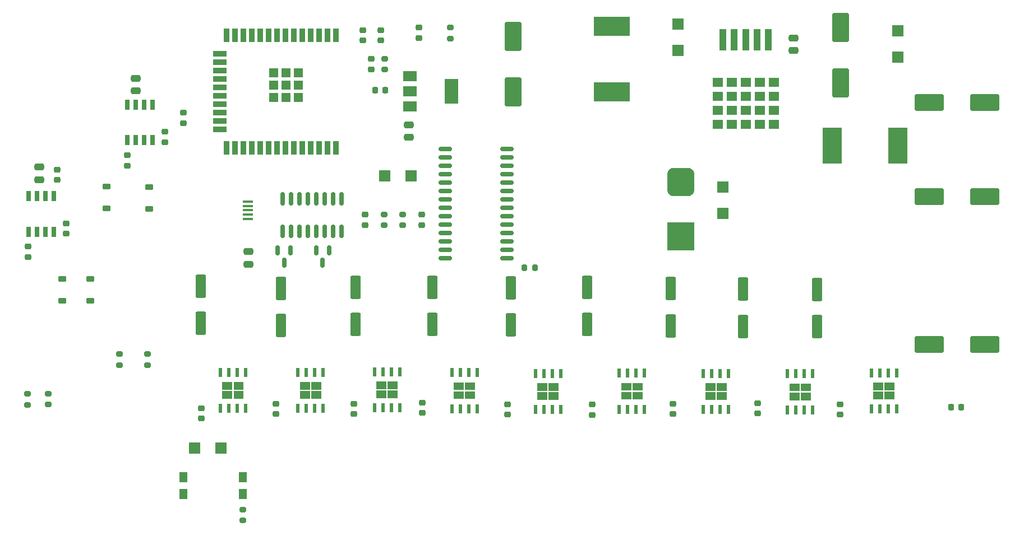
<source format=gbr>
%TF.GenerationSoftware,KiCad,Pcbnew,7.0.9*%
%TF.CreationDate,2024-11-07T18:52:40-06:00*%
%TF.ProjectId,RC17,52433137-2e6b-4696-9361-645f70636258,rev?*%
%TF.SameCoordinates,Original*%
%TF.FileFunction,Paste,Top*%
%TF.FilePolarity,Positive*%
%FSLAX46Y46*%
G04 Gerber Fmt 4.6, Leading zero omitted, Abs format (unit mm)*
G04 Created by KiCad (PCBNEW 7.0.9) date 2024-11-07 18:52:40*
%MOMM*%
%LPD*%
G01*
G04 APERTURE LIST*
G04 Aperture macros list*
%AMRoundRect*
0 Rectangle with rounded corners*
0 $1 Rounding radius*
0 $2 $3 $4 $5 $6 $7 $8 $9 X,Y pos of 4 corners*
0 Add a 4 corners polygon primitive as box body*
4,1,4,$2,$3,$4,$5,$6,$7,$8,$9,$2,$3,0*
0 Add four circle primitives for the rounded corners*
1,1,$1+$1,$2,$3*
1,1,$1+$1,$4,$5*
1,1,$1+$1,$6,$7*
1,1,$1+$1,$8,$9*
0 Add four rect primitives between the rounded corners*
20,1,$1+$1,$2,$3,$4,$5,0*
20,1,$1+$1,$4,$5,$6,$7,0*
20,1,$1+$1,$6,$7,$8,$9,0*
20,1,$1+$1,$8,$9,$2,$3,0*%
G04 Aperture macros list end*
%ADD10C,0.010000*%
%ADD11RoundRect,0.225000X0.375000X-0.225000X0.375000X0.225000X-0.375000X0.225000X-0.375000X-0.225000X0*%
%ADD12RoundRect,0.225000X-0.375000X0.225000X-0.375000X-0.225000X0.375000X-0.225000X0.375000X0.225000X0*%
%ADD13RoundRect,0.200000X-0.200000X-0.275000X0.200000X-0.275000X0.200000X0.275000X-0.200000X0.275000X0*%
%ADD14RoundRect,0.225000X0.225000X0.250000X-0.225000X0.250000X-0.225000X-0.250000X0.225000X-0.250000X0*%
%ADD15RoundRect,0.250000X-1.950000X-1.000000X1.950000X-1.000000X1.950000X1.000000X-1.950000X1.000000X0*%
%ADD16RoundRect,0.250000X0.550000X-1.500000X0.550000X1.500000X-0.550000X1.500000X-0.550000X-1.500000X0*%
%ADD17RoundRect,0.150000X-0.150000X0.825000X-0.150000X-0.825000X0.150000X-0.825000X0.150000X0.825000X0*%
%ADD18RoundRect,0.250000X-0.475000X0.250000X-0.475000X-0.250000X0.475000X-0.250000X0.475000X0.250000X0*%
%ADD19R,0.558800X1.460500*%
%ADD20RoundRect,0.200000X-0.275000X0.200000X-0.275000X-0.200000X0.275000X-0.200000X0.275000X0.200000X0*%
%ADD21R,2.000000X1.500000*%
%ADD22R,2.000000X3.800000*%
%ADD23R,1.800000X1.800000*%
%ADD24R,5.400000X2.900000*%
%ADD25RoundRect,0.200000X0.275000X-0.200000X0.275000X0.200000X-0.275000X0.200000X-0.275000X-0.200000X0*%
%ADD26RoundRect,0.225000X-0.250000X0.225000X-0.250000X-0.225000X0.250000X-0.225000X0.250000X0.225000X0*%
%ADD27R,0.650000X1.500000*%
%ADD28R,1.300000X1.500000*%
%ADD29R,1.500000X0.450000*%
%ADD30RoundRect,0.225000X0.250000X-0.225000X0.250000X0.225000X-0.250000X0.225000X-0.250000X-0.225000X0*%
%ADD31R,1.050000X3.210000*%
%ADD32RoundRect,0.218750X0.256250X-0.218750X0.256250X0.218750X-0.256250X0.218750X-0.256250X-0.218750X0*%
%ADD33R,0.900000X2.000000*%
%ADD34R,2.000000X0.900000*%
%ADD35R,1.330000X1.330000*%
%ADD36RoundRect,0.150000X-0.150000X0.587500X-0.150000X-0.587500X0.150000X-0.587500X0.150000X0.587500X0*%
%ADD37RoundRect,0.250000X1.000000X-1.950000X1.000000X1.950000X-1.000000X1.950000X-1.000000X-1.950000X0*%
%ADD38RoundRect,1.025000X-1.025000X-1.125000X1.025000X-1.125000X1.025000X1.125000X-1.025000X1.125000X0*%
%ADD39R,4.100000X4.300000*%
%ADD40RoundRect,0.250000X0.475000X-0.250000X0.475000X0.250000X-0.475000X0.250000X-0.475000X-0.250000X0*%
%ADD41R,2.900000X5.400000*%
%ADD42RoundRect,0.150000X-0.875000X-0.150000X0.875000X-0.150000X0.875000X0.150000X-0.875000X0.150000X0*%
G04 APERTURE END LIST*
%TO.C,U9*%
G36*
X93168800Y-81605450D02*
G01*
X91667000Y-81605450D01*
X91667000Y-80446550D01*
X93168800Y-80446550D01*
X93168800Y-81605450D01*
G37*
G36*
X91467000Y-81605450D02*
G01*
X89965200Y-81605450D01*
X89965200Y-80446550D01*
X91467000Y-80446550D01*
X91467000Y-81605450D01*
G37*
G36*
X93168800Y-82964350D02*
G01*
X91667000Y-82964350D01*
X91667000Y-81805450D01*
X93168800Y-81805450D01*
X93168800Y-82964350D01*
G37*
G36*
X91467000Y-82964350D02*
G01*
X89965200Y-82964350D01*
X89965200Y-81805450D01*
X91467000Y-81805450D01*
X91467000Y-82964350D01*
G37*
%TO.C,U12*%
G36*
X156491000Y-81637200D02*
G01*
X154989200Y-81637200D01*
X154989200Y-80478300D01*
X156491000Y-80478300D01*
X156491000Y-81637200D01*
G37*
G36*
X154789200Y-81637200D02*
G01*
X153287400Y-81637200D01*
X153287400Y-80478300D01*
X154789200Y-80478300D01*
X154789200Y-81637200D01*
G37*
G36*
X156491000Y-82996100D02*
G01*
X154989200Y-82996100D01*
X154989200Y-81837200D01*
X156491000Y-81837200D01*
X156491000Y-82996100D01*
G37*
G36*
X154789200Y-82996100D02*
G01*
X153287400Y-82996100D01*
X153287400Y-81837200D01*
X154789200Y-81837200D01*
X154789200Y-82996100D01*
G37*
%TO.C,U11*%
G36*
X143841800Y-81789600D02*
G01*
X142340000Y-81789600D01*
X142340000Y-80630700D01*
X143841800Y-80630700D01*
X143841800Y-81789600D01*
G37*
G36*
X142140000Y-81789600D02*
G01*
X140638200Y-81789600D01*
X140638200Y-80630700D01*
X142140000Y-80630700D01*
X142140000Y-81789600D01*
G37*
G36*
X143841800Y-83148500D02*
G01*
X142340000Y-83148500D01*
X142340000Y-81989600D01*
X143841800Y-81989600D01*
X143841800Y-83148500D01*
G37*
G36*
X142140000Y-83148500D02*
G01*
X140638200Y-83148500D01*
X140638200Y-81989600D01*
X142140000Y-81989600D01*
X142140000Y-83148500D01*
G37*
%TO.C,U17*%
G36*
X58218400Y-81554650D02*
G01*
X56716600Y-81554650D01*
X56716600Y-80395750D01*
X58218400Y-80395750D01*
X58218400Y-81554650D01*
G37*
G36*
X56516600Y-81554650D02*
G01*
X55014800Y-81554650D01*
X55014800Y-80395750D01*
X56516600Y-80395750D01*
X56516600Y-81554650D01*
G37*
G36*
X58218400Y-82913550D02*
G01*
X56716600Y-82913550D01*
X56716600Y-81754650D01*
X58218400Y-81754650D01*
X58218400Y-82913550D01*
G37*
G36*
X56516600Y-82913550D02*
G01*
X55014800Y-82913550D01*
X55014800Y-81754650D01*
X56516600Y-81754650D01*
X56516600Y-82913550D01*
G37*
%TO.C,IC2*%
D10*
X138945800Y-35707800D02*
X137525800Y-35707800D01*
X137525800Y-34447800D01*
X138945800Y-34447800D01*
X138945800Y-35707800D01*
G36*
X138945800Y-35707800D02*
G01*
X137525800Y-35707800D01*
X137525800Y-34447800D01*
X138945800Y-34447800D01*
X138945800Y-35707800D01*
G37*
X136835800Y-35707800D02*
X135415800Y-35707800D01*
X135415800Y-34447800D01*
X136835800Y-34447800D01*
X136835800Y-35707800D01*
G36*
X136835800Y-35707800D02*
G01*
X135415800Y-35707800D01*
X135415800Y-34447800D01*
X136835800Y-34447800D01*
X136835800Y-35707800D01*
G37*
X134725800Y-35707800D02*
X133305800Y-35707800D01*
X133305800Y-34447800D01*
X134725800Y-34447800D01*
X134725800Y-35707800D01*
G36*
X134725800Y-35707800D02*
G01*
X133305800Y-35707800D01*
X133305800Y-34447800D01*
X134725800Y-34447800D01*
X134725800Y-35707800D01*
G37*
X132615800Y-35707800D02*
X131195800Y-35707800D01*
X131195800Y-34447800D01*
X132615800Y-34447800D01*
X132615800Y-35707800D01*
G36*
X132615800Y-35707800D02*
G01*
X131195800Y-35707800D01*
X131195800Y-34447800D01*
X132615800Y-34447800D01*
X132615800Y-35707800D01*
G37*
X130505800Y-35707800D02*
X129085800Y-35707800D01*
X129085800Y-34447800D01*
X130505800Y-34447800D01*
X130505800Y-35707800D01*
G36*
X130505800Y-35707800D02*
G01*
X129085800Y-35707800D01*
X129085800Y-34447800D01*
X130505800Y-34447800D01*
X130505800Y-35707800D01*
G37*
X138945800Y-37827800D02*
X137525800Y-37827800D01*
X137525800Y-36567800D01*
X138945800Y-36567800D01*
X138945800Y-37827800D01*
G36*
X138945800Y-37827800D02*
G01*
X137525800Y-37827800D01*
X137525800Y-36567800D01*
X138945800Y-36567800D01*
X138945800Y-37827800D01*
G37*
X136835800Y-37827800D02*
X135415800Y-37827800D01*
X135415800Y-36567800D01*
X136835800Y-36567800D01*
X136835800Y-37827800D01*
G36*
X136835800Y-37827800D02*
G01*
X135415800Y-37827800D01*
X135415800Y-36567800D01*
X136835800Y-36567800D01*
X136835800Y-37827800D01*
G37*
X134725800Y-37827800D02*
X133305800Y-37827800D01*
X133305800Y-36567800D01*
X134725800Y-36567800D01*
X134725800Y-37827800D01*
G36*
X134725800Y-37827800D02*
G01*
X133305800Y-37827800D01*
X133305800Y-36567800D01*
X134725800Y-36567800D01*
X134725800Y-37827800D01*
G37*
X132615800Y-37827800D02*
X131195800Y-37827800D01*
X131195800Y-36567800D01*
X132615800Y-36567800D01*
X132615800Y-37827800D01*
G36*
X132615800Y-37827800D02*
G01*
X131195800Y-37827800D01*
X131195800Y-36567800D01*
X132615800Y-36567800D01*
X132615800Y-37827800D01*
G37*
X130505800Y-37827800D02*
X129085800Y-37827800D01*
X129085800Y-36567800D01*
X130505800Y-36567800D01*
X130505800Y-37827800D01*
G36*
X130505800Y-37827800D02*
G01*
X129085800Y-37827800D01*
X129085800Y-36567800D01*
X130505800Y-36567800D01*
X130505800Y-37827800D01*
G37*
X138945800Y-39947800D02*
X137525800Y-39947800D01*
X137525800Y-38687800D01*
X138945800Y-38687800D01*
X138945800Y-39947800D01*
G36*
X138945800Y-39947800D02*
G01*
X137525800Y-39947800D01*
X137525800Y-38687800D01*
X138945800Y-38687800D01*
X138945800Y-39947800D01*
G37*
X136835800Y-39947800D02*
X135415800Y-39947800D01*
X135415800Y-38687800D01*
X136835800Y-38687800D01*
X136835800Y-39947800D01*
G36*
X136835800Y-39947800D02*
G01*
X135415800Y-39947800D01*
X135415800Y-38687800D01*
X136835800Y-38687800D01*
X136835800Y-39947800D01*
G37*
X134725800Y-39947800D02*
X133305800Y-39947800D01*
X133305800Y-38687800D01*
X134725800Y-38687800D01*
X134725800Y-39947800D01*
G36*
X134725800Y-39947800D02*
G01*
X133305800Y-39947800D01*
X133305800Y-38687800D01*
X134725800Y-38687800D01*
X134725800Y-39947800D01*
G37*
X132615800Y-39947800D02*
X131195800Y-39947800D01*
X131195800Y-38687800D01*
X132615800Y-38687800D01*
X132615800Y-39947800D01*
G36*
X132615800Y-39947800D02*
G01*
X131195800Y-39947800D01*
X131195800Y-38687800D01*
X132615800Y-38687800D01*
X132615800Y-39947800D01*
G37*
X130505800Y-39947800D02*
X129085800Y-39947800D01*
X129085800Y-38687800D01*
X130505800Y-38687800D01*
X130505800Y-39947800D01*
G36*
X130505800Y-39947800D02*
G01*
X129085800Y-39947800D01*
X129085800Y-38687800D01*
X130505800Y-38687800D01*
X130505800Y-39947800D01*
G37*
X138945800Y-42067800D02*
X137525800Y-42067800D01*
X137525800Y-40807800D01*
X138945800Y-40807800D01*
X138945800Y-42067800D01*
G36*
X138945800Y-42067800D02*
G01*
X137525800Y-42067800D01*
X137525800Y-40807800D01*
X138945800Y-40807800D01*
X138945800Y-42067800D01*
G37*
X136835800Y-42067800D02*
X135415800Y-42067800D01*
X135415800Y-40807800D01*
X136835800Y-40807800D01*
X136835800Y-42067800D01*
G36*
X136835800Y-42067800D02*
G01*
X135415800Y-42067800D01*
X135415800Y-40807800D01*
X136835800Y-40807800D01*
X136835800Y-42067800D01*
G37*
X134725800Y-42067800D02*
X133305800Y-42067800D01*
X133305800Y-40807800D01*
X134725800Y-40807800D01*
X134725800Y-42067800D01*
G36*
X134725800Y-42067800D02*
G01*
X133305800Y-42067800D01*
X133305800Y-40807800D01*
X134725800Y-40807800D01*
X134725800Y-42067800D01*
G37*
X132615800Y-42067800D02*
X131195800Y-42067800D01*
X131195800Y-40807800D01*
X132615800Y-40807800D01*
X132615800Y-42067800D01*
G36*
X132615800Y-42067800D02*
G01*
X131195800Y-42067800D01*
X131195800Y-40807800D01*
X132615800Y-40807800D01*
X132615800Y-42067800D01*
G37*
X130505800Y-42067800D02*
X129085800Y-42067800D01*
X129085800Y-40807800D01*
X130505800Y-40807800D01*
X130505800Y-42067800D01*
G36*
X130505800Y-42067800D02*
G01*
X129085800Y-42067800D01*
X129085800Y-40807800D01*
X130505800Y-40807800D01*
X130505800Y-42067800D01*
G37*
%TO.C,U14*%
G36*
X131141800Y-81738800D02*
G01*
X129640000Y-81738800D01*
X129640000Y-80579900D01*
X131141800Y-80579900D01*
X131141800Y-81738800D01*
G37*
G36*
X129440000Y-81738800D02*
G01*
X127938200Y-81738800D01*
X127938200Y-80579900D01*
X129440000Y-80579900D01*
X129440000Y-81738800D01*
G37*
G36*
X131141800Y-83097700D02*
G01*
X129640000Y-83097700D01*
X129640000Y-81938800D01*
X131141800Y-81938800D01*
X131141800Y-83097700D01*
G37*
G36*
X129440000Y-83097700D02*
G01*
X127938200Y-83097700D01*
X127938200Y-81938800D01*
X129440000Y-81938800D01*
X129440000Y-83097700D01*
G37*
%TO.C,U13*%
G36*
X118441800Y-81688000D02*
G01*
X116940000Y-81688000D01*
X116940000Y-80529100D01*
X118441800Y-80529100D01*
X118441800Y-81688000D01*
G37*
G36*
X116740000Y-81688000D02*
G01*
X115238200Y-81688000D01*
X115238200Y-80529100D01*
X116740000Y-80529100D01*
X116740000Y-81688000D01*
G37*
G36*
X118441800Y-83046900D02*
G01*
X116940000Y-83046900D01*
X116940000Y-81888000D01*
X118441800Y-81888000D01*
X118441800Y-83046900D01*
G37*
G36*
X116740000Y-83046900D02*
G01*
X115238200Y-83046900D01*
X115238200Y-81888000D01*
X116740000Y-81888000D01*
X116740000Y-83046900D01*
G37*
%TO.C,U8*%
G36*
X81484800Y-81503850D02*
G01*
X79983000Y-81503850D01*
X79983000Y-80344950D01*
X81484800Y-80344950D01*
X81484800Y-81503850D01*
G37*
G36*
X79783000Y-81503850D02*
G01*
X78281200Y-81503850D01*
X78281200Y-80344950D01*
X79783000Y-80344950D01*
X79783000Y-81503850D01*
G37*
G36*
X81484800Y-82862750D02*
G01*
X79983000Y-82862750D01*
X79983000Y-81703850D01*
X81484800Y-81703850D01*
X81484800Y-82862750D01*
G37*
G36*
X79783000Y-82862750D02*
G01*
X78281200Y-82862750D01*
X78281200Y-81703850D01*
X79783000Y-81703850D01*
X79783000Y-82862750D01*
G37*
%TO.C,U4*%
G36*
X69953200Y-81554650D02*
G01*
X68451400Y-81554650D01*
X68451400Y-80395750D01*
X69953200Y-80395750D01*
X69953200Y-81554650D01*
G37*
G36*
X68251400Y-81554650D02*
G01*
X66749600Y-81554650D01*
X66749600Y-80395750D01*
X68251400Y-80395750D01*
X68251400Y-81554650D01*
G37*
G36*
X69953200Y-82913550D02*
G01*
X68451400Y-82913550D01*
X68451400Y-81754650D01*
X69953200Y-81754650D01*
X69953200Y-82913550D01*
G37*
G36*
X68251400Y-82913550D02*
G01*
X66749600Y-82913550D01*
X66749600Y-81754650D01*
X68251400Y-81754650D01*
X68251400Y-82913550D01*
G37*
%TO.C,U10*%
G36*
X105792600Y-81738800D02*
G01*
X104290800Y-81738800D01*
X104290800Y-80579900D01*
X105792600Y-80579900D01*
X105792600Y-81738800D01*
G37*
G36*
X104090800Y-81738800D02*
G01*
X102589000Y-81738800D01*
X102589000Y-80579900D01*
X104090800Y-80579900D01*
X104090800Y-81738800D01*
G37*
G36*
X105792600Y-83097700D02*
G01*
X104290800Y-83097700D01*
X104290800Y-81938800D01*
X105792600Y-81938800D01*
X105792600Y-83097700D01*
G37*
G36*
X104090800Y-83097700D02*
G01*
X102589000Y-83097700D01*
X102589000Y-81938800D01*
X104090800Y-81938800D01*
X104090800Y-83097700D01*
G37*
%TD*%
D11*
%TO.C,D12*%
X37525000Y-54150000D03*
X37525000Y-50850000D03*
%TD*%
D12*
%TO.C,D13*%
X44000000Y-50895000D03*
X44000000Y-54195000D03*
%TD*%
%TO.C,D10*%
X30875000Y-64825000D03*
X30875000Y-68125000D03*
%TD*%
D11*
%TO.C,D9*%
X35052000Y-68083800D03*
X35052000Y-64783800D03*
%TD*%
D13*
%TO.C,R2*%
X102250000Y-63150000D03*
X100600000Y-63150000D03*
%TD*%
D14*
%TO.C,C24*%
X166607500Y-84175000D03*
X165057500Y-84175000D03*
%TD*%
D15*
%TO.C,C23*%
X161750000Y-74730000D03*
X170150000Y-74730000D03*
%TD*%
%TO.C,C22*%
X161750000Y-52390000D03*
X170150000Y-52390000D03*
%TD*%
%TO.C,C21*%
X161750000Y-38175000D03*
X170150000Y-38175000D03*
%TD*%
D16*
%TO.C,C34*%
X133654800Y-71983600D03*
X133654800Y-66383600D03*
%TD*%
D17*
%TO.C,U3*%
X73020000Y-52700000D03*
X71750000Y-52700000D03*
X70480000Y-52700000D03*
X69210000Y-52700000D03*
X67940000Y-52700000D03*
X66670000Y-52700000D03*
X65400000Y-52700000D03*
X64130000Y-52700000D03*
X64130000Y-57650000D03*
X65400000Y-57650000D03*
X66670000Y-57650000D03*
X67940000Y-57650000D03*
X69210000Y-57650000D03*
X70480000Y-57650000D03*
X71750000Y-57650000D03*
X73020000Y-57650000D03*
%TD*%
D16*
%TO.C,C35*%
X144780000Y-71995600D03*
X144780000Y-66395600D03*
%TD*%
D18*
%TO.C,C7*%
X83186600Y-41499400D03*
X83186600Y-43399400D03*
%TD*%
D19*
%TO.C,U9*%
X93472000Y-78981300D03*
X92202000Y-78981300D03*
X90932000Y-78981300D03*
X89662000Y-78981300D03*
X89662000Y-84429600D03*
X90932000Y-84429600D03*
X92202000Y-84429600D03*
X93472000Y-84429600D03*
%TD*%
D20*
%TO.C,R11*%
X39481400Y-76193400D03*
X39481400Y-77843400D03*
%TD*%
D21*
%TO.C,IC1*%
X83311600Y-34174400D03*
X83311600Y-36474400D03*
X83311600Y-38774400D03*
D22*
X89611600Y-36474400D03*
%TD*%
D23*
%TO.C,D6*%
X54832000Y-90424000D03*
X50832000Y-90424000D03*
%TD*%
D24*
%TO.C,L1*%
X113792000Y-26647600D03*
X113792000Y-36547600D03*
%TD*%
D20*
%TO.C,R3*%
X89421200Y-26822400D03*
X89421200Y-28472400D03*
%TD*%
D25*
%TO.C,R4*%
X79502000Y-33184600D03*
X79502000Y-31534600D03*
%TD*%
D26*
%TO.C,C27*%
X85242400Y-83502200D03*
X85242400Y-85052200D03*
%TD*%
%TO.C,C14*%
X31475000Y-56425000D03*
X31475000Y-57975000D03*
%TD*%
D27*
%TO.C,U7*%
X44492400Y-38445400D03*
X43222400Y-38445400D03*
X41952400Y-38445400D03*
X40682400Y-38445400D03*
X40682400Y-43845400D03*
X41952400Y-43845400D03*
X43222400Y-43845400D03*
X44492400Y-43845400D03*
%TD*%
D25*
%TO.C,R7*%
X28702000Y-83796600D03*
X28702000Y-82146600D03*
%TD*%
D26*
%TO.C,C11*%
X78950000Y-27225000D03*
X78950000Y-28775000D03*
%TD*%
D28*
%TO.C,U16*%
X58115200Y-97297200D03*
X58115200Y-94757200D03*
X49115200Y-94757200D03*
X49115200Y-97297200D03*
%TD*%
D16*
%TO.C,C16*%
X63858800Y-71829566D03*
X63858800Y-66229566D03*
%TD*%
D26*
%TO.C,C32*%
X135839200Y-83603800D03*
X135839200Y-85153800D03*
%TD*%
D19*
%TO.C,U12*%
X156794200Y-79013050D03*
X155524200Y-79013050D03*
X154254200Y-79013050D03*
X152984200Y-79013050D03*
X152984200Y-84461350D03*
X154254200Y-84461350D03*
X155524200Y-84461350D03*
X156794200Y-84461350D03*
%TD*%
D26*
%TO.C,C33*%
X148285200Y-83756200D03*
X148285200Y-85306200D03*
%TD*%
%TO.C,C37*%
X123088400Y-83705400D03*
X123088400Y-85255400D03*
%TD*%
%TO.C,C36*%
X110896400Y-83807000D03*
X110896400Y-85357000D03*
%TD*%
D19*
%TO.C,U11*%
X144145000Y-79165450D03*
X142875000Y-79165450D03*
X141605000Y-79165450D03*
X140335000Y-79165450D03*
X140335000Y-84613750D03*
X141605000Y-84613750D03*
X142875000Y-84613750D03*
X144145000Y-84613750D03*
%TD*%
D26*
%TO.C,C25*%
X74879200Y-83705400D03*
X74879200Y-85255400D03*
%TD*%
D29*
%TO.C,J1*%
X58895000Y-53125000D03*
X58895000Y-53775000D03*
X58895000Y-54425000D03*
X58895000Y-55075000D03*
X58895000Y-55725000D03*
%TD*%
D19*
%TO.C,U17*%
X58521600Y-78930500D03*
X57251600Y-78930500D03*
X55981600Y-78930500D03*
X54711600Y-78930500D03*
X54711600Y-84378800D03*
X55981600Y-84378800D03*
X57251600Y-84378800D03*
X58521600Y-84378800D03*
%TD*%
D14*
%TO.C,C5*%
X79629600Y-36271200D03*
X78079600Y-36271200D03*
%TD*%
D18*
%TO.C,C8*%
X141289400Y-28393050D03*
X141289400Y-30293050D03*
%TD*%
D20*
%TO.C,R5*%
X82250000Y-55050000D03*
X82250000Y-56700000D03*
%TD*%
D30*
%TO.C,R9*%
X49123600Y-41262600D03*
X49123600Y-39712600D03*
%TD*%
D26*
%TO.C,C19*%
X46362400Y-42570400D03*
X46362400Y-44120400D03*
%TD*%
D25*
%TO.C,R13*%
X58125000Y-101350000D03*
X58125000Y-99700000D03*
%TD*%
D20*
%TO.C,R6*%
X79425000Y-55050000D03*
X79425000Y-56700000D03*
%TD*%
D31*
%TO.C,IC2*%
X137415800Y-28627800D03*
X135715800Y-28627800D03*
X134015800Y-28627800D03*
X132315800Y-28627800D03*
X130615800Y-28627800D03*
%TD*%
D23*
%TO.C,D5*%
X83525000Y-49225000D03*
X79525000Y-49225000D03*
%TD*%
D19*
%TO.C,U14*%
X131445000Y-79114650D03*
X130175000Y-79114650D03*
X128905000Y-79114650D03*
X127635000Y-79114650D03*
X127635000Y-84562950D03*
X128905000Y-84562950D03*
X130175000Y-84562950D03*
X131445000Y-84562950D03*
%TD*%
D16*
%TO.C,C39*%
X122732800Y-71894000D03*
X122732800Y-66294000D03*
%TD*%
D19*
%TO.C,U13*%
X118745000Y-79063850D03*
X117475000Y-79063850D03*
X116205000Y-79063850D03*
X114935000Y-79063850D03*
X114935000Y-84512150D03*
X116205000Y-84512150D03*
X117475000Y-84512150D03*
X118745000Y-84512150D03*
%TD*%
D26*
%TO.C,C9*%
X76200000Y-27225000D03*
X76200000Y-28775000D03*
%TD*%
%TO.C,C3*%
X76600000Y-55100000D03*
X76600000Y-56650000D03*
%TD*%
D23*
%TO.C,D4*%
X130556000Y-50933600D03*
X130556000Y-54933600D03*
%TD*%
D25*
%TO.C,R12*%
X43675000Y-77825000D03*
X43675000Y-76175000D03*
%TD*%
D26*
%TO.C,C15*%
X63119200Y-83675800D03*
X63119200Y-85225800D03*
%TD*%
D32*
%TO.C,D1*%
X84721200Y-28397400D03*
X84721200Y-26822400D03*
%TD*%
D26*
%TO.C,C31*%
X85075000Y-55100000D03*
X85075000Y-56650000D03*
%TD*%
%TO.C,C40*%
X51866800Y-84365800D03*
X51866800Y-85915800D03*
%TD*%
D16*
%TO.C,C30*%
X98552000Y-71792400D03*
X98552000Y-66192400D03*
%TD*%
D18*
%TO.C,C4*%
X58930000Y-60675000D03*
X58930000Y-62575000D03*
%TD*%
D33*
%TO.C,U15*%
X72136000Y-28024000D03*
X70866000Y-28024000D03*
X69596000Y-28024000D03*
X68326000Y-28024000D03*
X67056000Y-28024000D03*
X65786000Y-28024000D03*
X64516000Y-28024000D03*
X63246000Y-28024000D03*
X61976000Y-28024000D03*
X60706000Y-28024000D03*
X59436000Y-28024000D03*
X58166000Y-28024000D03*
X56896000Y-28024000D03*
X55626000Y-28024000D03*
D34*
X54626000Y-30809000D03*
X54626000Y-32079000D03*
X54626000Y-33349000D03*
X54626000Y-34619000D03*
X54626000Y-35889000D03*
X54626000Y-37159000D03*
X54626000Y-38429000D03*
X54626000Y-39699000D03*
X54626000Y-40969000D03*
X54626000Y-42239000D03*
D33*
X55626000Y-45024000D03*
X56896000Y-45024000D03*
X58166000Y-45024000D03*
X59436000Y-45024000D03*
X60706000Y-45024000D03*
X61976000Y-45024000D03*
X63246000Y-45024000D03*
X64516000Y-45024000D03*
X65786000Y-45024000D03*
X67056000Y-45024000D03*
X68326000Y-45024000D03*
X69596000Y-45024000D03*
X70866000Y-45024000D03*
X72136000Y-45024000D03*
D35*
X66471000Y-37359000D03*
X66471000Y-35524000D03*
X66471000Y-33689000D03*
X64636000Y-37359000D03*
X64636000Y-35524000D03*
X64636000Y-33689000D03*
X62801000Y-37359000D03*
X62801000Y-35524000D03*
X62801000Y-33689000D03*
%TD*%
D16*
%TO.C,C38*%
X110083600Y-71684800D03*
X110083600Y-66084800D03*
%TD*%
%TO.C,C26*%
X75133200Y-71690800D03*
X75133200Y-66090800D03*
%TD*%
D36*
%TO.C,Q1*%
X65295000Y-60512500D03*
X63395000Y-60512500D03*
X64345000Y-62387500D03*
%TD*%
D37*
%TO.C,C12*%
X98958400Y-36559600D03*
X98958400Y-28159600D03*
%TD*%
D16*
%TO.C,C29*%
X86715600Y-71684800D03*
X86715600Y-66084800D03*
%TD*%
D26*
%TO.C,C28*%
X98044000Y-83756200D03*
X98044000Y-85306200D03*
%TD*%
D16*
%TO.C,C41*%
X51765200Y-71538400D03*
X51765200Y-65938400D03*
%TD*%
D38*
%TO.C,D3*%
X124206000Y-50205200D03*
D39*
X124206000Y-58405200D03*
%TD*%
D19*
%TO.C,U8*%
X81788000Y-78879700D03*
X80518000Y-78879700D03*
X79248000Y-78879700D03*
X77978000Y-78879700D03*
X77978000Y-84328000D03*
X79248000Y-84328000D03*
X80518000Y-84328000D03*
X81788000Y-84328000D03*
%TD*%
D23*
%TO.C,D7*%
X156975000Y-31325000D03*
X156975000Y-27325000D03*
%TD*%
D19*
%TO.C,U4*%
X70256400Y-78930500D03*
X68986400Y-78930500D03*
X67716400Y-78930500D03*
X66446400Y-78930500D03*
X66446400Y-84378800D03*
X67716400Y-84378800D03*
X68986400Y-84378800D03*
X70256400Y-84378800D03*
%TD*%
D26*
%TO.C,C20*%
X40637400Y-46145400D03*
X40637400Y-47695400D03*
%TD*%
%TO.C,C6*%
X77470000Y-31571600D03*
X77470000Y-33121600D03*
%TD*%
D36*
%TO.C,Q2*%
X71120000Y-60525000D03*
X69220000Y-60525000D03*
X70170000Y-62400000D03*
%TD*%
D23*
%TO.C,D2*%
X123799600Y-26295600D03*
X123799600Y-30295600D03*
%TD*%
D40*
%TO.C,C18*%
X41910000Y-36372800D03*
X41910000Y-34472800D03*
%TD*%
D41*
%TO.C,L2*%
X147100000Y-44700000D03*
X157000000Y-44700000D03*
%TD*%
D42*
%TO.C,U1*%
X97975000Y-45195000D03*
X97975000Y-46465000D03*
X97975000Y-47735000D03*
X97975000Y-49005000D03*
X97975000Y-50275000D03*
X97975000Y-51545000D03*
X97975000Y-52815000D03*
X97975000Y-54085000D03*
X97975000Y-55355000D03*
X97975000Y-56625000D03*
X97975000Y-57895000D03*
X97975000Y-59165000D03*
X97975000Y-60435000D03*
X97975000Y-61705000D03*
X88675000Y-61705000D03*
X88675000Y-60435000D03*
X88675000Y-59165000D03*
X88675000Y-57895000D03*
X88675000Y-56625000D03*
X88675000Y-55355000D03*
X88675000Y-54085000D03*
X88675000Y-52815000D03*
X88675000Y-51545000D03*
X88675000Y-50275000D03*
X88675000Y-49005000D03*
X88675000Y-47735000D03*
X88675000Y-46465000D03*
X88675000Y-45195000D03*
%TD*%
D26*
%TO.C,C17*%
X25650000Y-59925000D03*
X25650000Y-61475000D03*
%TD*%
D40*
%TO.C,C13*%
X27375000Y-49800000D03*
X27375000Y-47900000D03*
%TD*%
D19*
%TO.C,U10*%
X106095800Y-79114650D03*
X104825800Y-79114650D03*
X103555800Y-79114650D03*
X102285800Y-79114650D03*
X102285800Y-84562950D03*
X103555800Y-84562950D03*
X104825800Y-84562950D03*
X106095800Y-84562950D03*
%TD*%
D37*
%TO.C,C10*%
X148336000Y-35204400D03*
X148336000Y-26804400D03*
%TD*%
D26*
%TO.C,R1*%
X30075000Y-48275000D03*
X30075000Y-49825000D03*
%TD*%
D25*
%TO.C,R8*%
X25603200Y-83847400D03*
X25603200Y-82197400D03*
%TD*%
D27*
%TO.C,U6*%
X29555000Y-52275000D03*
X28285000Y-52275000D03*
X27015000Y-52275000D03*
X25745000Y-52275000D03*
X25745000Y-57675000D03*
X27015000Y-57675000D03*
X28285000Y-57675000D03*
X29555000Y-57675000D03*
%TD*%
M02*

</source>
